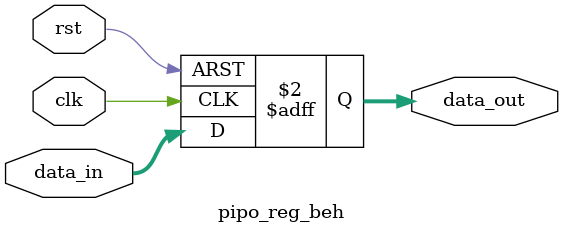
<source format=v>
module pipo_reg_beh (
    input clk,
    input rst,
    input [3:0] data_in,
    output reg [3:0] data_out
);

always @(posedge clk or posedge rst) begin
    if (rst)
        data_out <= 4'b0000;
    else
        data_out <= data_in;
end

endmodule
</source>
